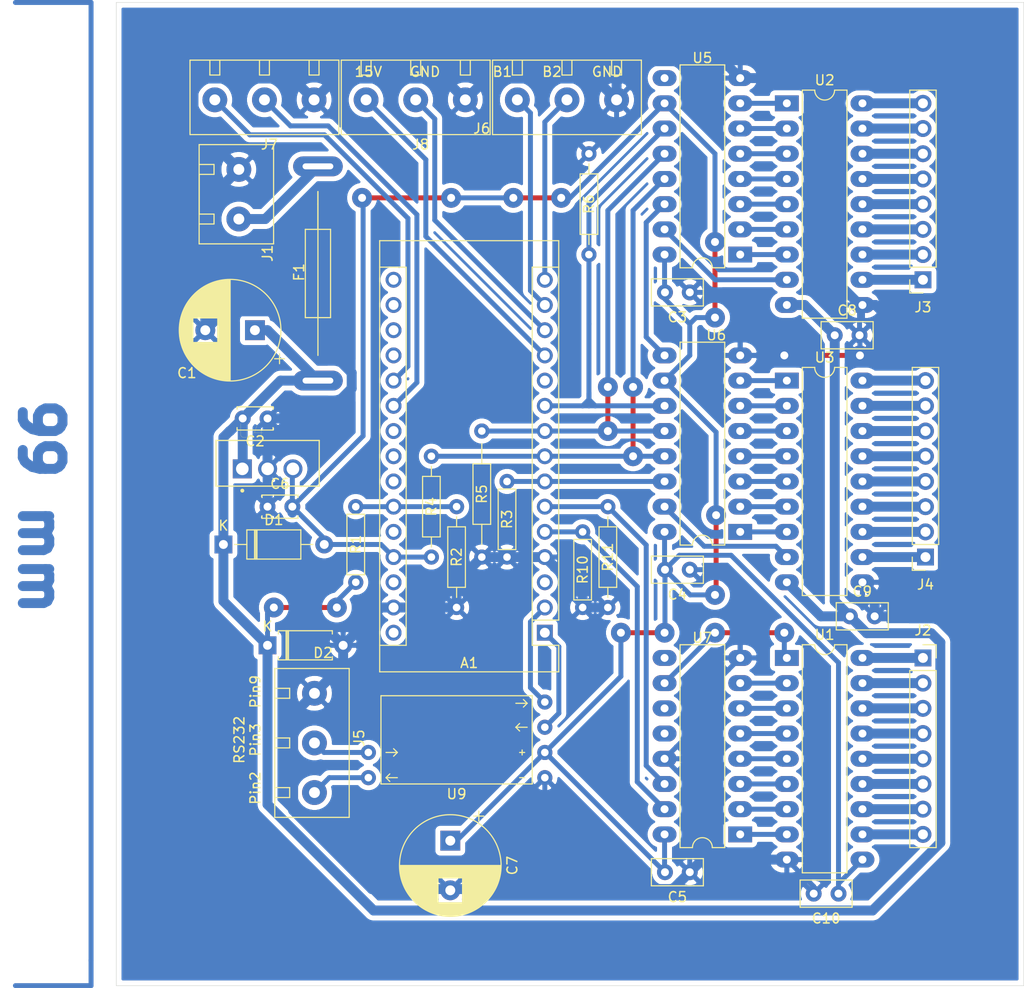
<source format=kicad_pcb>
(kicad_pcb (version 20171130) (host pcbnew 5.1.9-73d0e3b20d~88~ubuntu20.04.1)
  (layers (0 F.Cu signal) (31 B.Cu signal) (34 B.Paste user) (35 F.Paste user) (36 B.SilkS user) (37 F.SilkS user) (38 B.Mask user) (39 F.Mask user) (44 Edge.Cuts user))
  (net 0 "")
  (net 1 VinRef)
  (net 2 GND)
  (net 3 ArduinoD2)
  (net 4 ArduinoD3)
  (net 5 ArduinoD4)
  (net 6 ArduinoD5)
  (net 7 ArduinoD6)
  (net 8 +5V)
  (net 9 "Net-(J2-Pad1)")
  (net 10 "Net-(J2-Pad2)")
  (net 11 "Net-(J2-Pad3)")
  (net 12 "Net-(J2-Pad4)")
  (net 13 "Net-(J2-Pad5)")
  (net 14 "Net-(J2-Pad6)")
  (net 15 "Net-(J2-Pad7)")
  (net 16 "Net-(J2-Pad8)")
  (net 17 "Net-(J3-Pad1)")
  (net 18 "Net-(J3-Pad2)")
  (net 19 "Net-(J3-Pad3)")
  (net 20 "Net-(J3-Pad4)")
  (net 21 "Net-(J3-Pad5)")
  (net 22 "Net-(J3-Pad6)")
  (net 23 "Net-(J3-Pad7)")
  (net 24 "Net-(J3-Pad8)")
  (net 25 "Net-(J4-Pad8)")
  (net 26 "Net-(J4-Pad7)")
  (net 27 "Net-(J4-Pad6)")
  (net 28 "Net-(J4-Pad5)")
  (net 29 "Net-(J4-Pad4)")
  (net 30 "Net-(J4-Pad3)")
  (net 31 "Net-(J4-Pad2)")
  (net 32 "Net-(J4-Pad1)")
  (net 33 "Net-(J5-Pad1)")
  (net 34 "Net-(J5-Pad2)")
  (net 35 "Net-(U1-Pad1)")
  (net 36 "Net-(U1-Pad2)")
  (net 37 "Net-(U1-Pad3)")
  (net 38 "Net-(U1-Pad4)")
  (net 39 "Net-(U1-Pad5)")
  (net 40 "Net-(U1-Pad6)")
  (net 41 "Net-(U1-Pad7)")
  (net 42 "Net-(U1-Pad8)")
  (net 43 "Net-(U5-Pad14)")
  (net 44 "Net-(U2-Pad8)")
  (net 45 "Net-(U2-Pad7)")
  (net 46 "Net-(U2-Pad6)")
  (net 47 "Net-(U2-Pad5)")
  (net 48 "Net-(U2-Pad4)")
  (net 49 "Net-(U2-Pad3)")
  (net 50 "Net-(U2-Pad2)")
  (net 51 "Net-(U2-Pad1)")
  (net 52 "Net-(U3-Pad1)")
  (net 53 "Net-(U3-Pad2)")
  (net 54 "Net-(U3-Pad3)")
  (net 55 "Net-(U3-Pad4)")
  (net 56 "Net-(U3-Pad5)")
  (net 57 "Net-(U3-Pad6)")
  (net 58 "Net-(U3-Pad7)")
  (net 59 "Net-(U3-Pad8)")
  (net 60 ArduinoD7)
  (net 61 +15V)
  (net 62 "Net-(F1-Pad2)")
  (net 63 "Net-(A1-Pad15)")
  (net 64 "Net-(A1-Pad14)")
  (net 65 "Net-(A1-Pad13)")
  (net 66 "Net-(A1-Pad12)")
  (net 67 "Net-(A1-Pad21)")
  (net 68 "Net-(A1-Pad20)")
  (net 69 "Net-(A1-Pad2)")
  (net 70 "Net-(A1-Pad1)")
  (module Capacitor_THT:CP_Radial_D10.0mm_P5.00mm (layer F.Cu) (at 224.155 140.335 270)
    (fp_text reference C7 (at 2.5 -6.25 90) (layer F.SilkS))
    (fp_text value 1000uF)
    (pad 2 thru_hole circle (at 5 0 270) (size 2 2) (drill 1) (layers *.Cu *.Mask) (net 2 GND))
    (pad 1 thru_hole rect (at 0 0 270) (size 2 2) (drill 1) (layers *.Cu *.Mask) (net 8 +5V))
  )
  (module "myself:Connector 2xPin" (layer F.Cu) (at 196.85 76.2 90)
    (fp_text reference J1 (at -4.953 8.89 90) (layer F.SilkS))
    (fp_text value Conn_01x02)
    (pad 2 thru_hole circle (at 3.5 6 90) (size 2.5 2.5) (drill 1.1) (layers *.Cu *.Mask) (net 2 GND))
    (pad 1 thru_hole circle (at -1.5 6 90) (size 2.5 2.5) (drill 1.1) (layers *.Cu *.Mask) (net 62 "Net-(F1-Pad2)"))
  )
  (module "myself:Resistor, L6mm,5holes" (layer F.Cu) (at 238.125 76.2 270)
    (fp_text reference R6 (at 0 0 90) (layer F.SilkS))
    (fp_text value 10k)
    (pad 1 thru_hole circle (at -5.08 0 270) (size 1.524 1.524) (drill 0.762) (layers *.Cu *.Mask) (net 2 GND))
    (pad 2 thru_hole circle (at 5.08 0 270) (size 1.524 1.524) (drill 0.762) (layers *.Cu *.Mask) (net 60 ArduinoD7))
  )
  (module "myself:Resistor, L6mm,5holes" (layer F.Cu) (at 222.25 106.68 90)
    (fp_text reference R4 (at 0 0 90) (layer F.SilkS))
    (fp_text value 10k)
    (pad 1 thru_hole circle (at -5.08 0 90) (size 1.524 1.524) (drill 0.762) (layers *.Cu *.Mask) (net 8 +5V))
    (pad 2 thru_hole circle (at 5.08 0 90) (size 1.524 1.524) (drill 0.762) (layers *.Cu *.Mask) (net 6 ArduinoD5))
  )
  (module "myself:Resistor, L6mm,5holes" (layer F.Cu) (at 224.79 111.76 270)
    (fp_text reference R2 (at 0 0 90) (layer F.SilkS))
    (fp_text value 10k)
    (pad 1 thru_hole circle (at -5.08 0 270) (size 1.524 1.524) (drill 0.762) (layers *.Cu *.Mask) (net 1 VinRef))
    (pad 2 thru_hole circle (at 5.08 0 270) (size 1.524 1.524) (drill 0.762) (layers *.Cu *.Mask) (net 2 GND))
  )
  (module Module:Arduino_Nano (layer F.Cu) (at 233.68 119.38 180)
    (fp_text reference A1 (at 7.62 -3.048) (layer F.SilkS))
    (fp_text value Arduino_Nano_v2.x)
    (pad 16 thru_hole oval (at 15.24 35.56 180) (size 1.6 1.6) (drill 1) (layers *.Cu *.Mask))
    (pad 15 thru_hole oval (at 0 35.56 180) (size 1.6 1.6) (drill 1) (layers *.Cu *.Mask) (net 63 "Net-(A1-Pad15)"))
    (pad 30 thru_hole oval (at 15.24 0 180) (size 1.6 1.6) (drill 1) (layers *.Cu *.Mask))
    (pad 14 thru_hole oval (at 0 33.02 180) (size 1.6 1.6) (drill 1) (layers *.Cu *.Mask) (net 64 "Net-(A1-Pad14)"))
    (pad 29 thru_hole oval (at 15.24 2.54 180) (size 1.6 1.6) (drill 1) (layers *.Cu *.Mask) (net 2 GND))
    (pad 13 thru_hole oval (at 0 30.48 180) (size 1.6 1.6) (drill 1) (layers *.Cu *.Mask) (net 65 "Net-(A1-Pad13)"))
    (pad 28 thru_hole oval (at 15.24 5.08 180) (size 1.6 1.6) (drill 1) (layers *.Cu *.Mask))
    (pad 12 thru_hole oval (at 0 27.94 180) (size 1.6 1.6) (drill 1) (layers *.Cu *.Mask) (net 66 "Net-(A1-Pad12)"))
    (pad 27 thru_hole oval (at 15.24 7.62 180) (size 1.6 1.6) (drill 1) (layers *.Cu *.Mask) (net 8 +5V))
    (pad 11 thru_hole oval (at 0 25.4 180) (size 1.6 1.6) (drill 1) (layers *.Cu *.Mask))
    (pad 26 thru_hole oval (at 15.24 10.16 180) (size 1.6 1.6) (drill 1) (layers *.Cu *.Mask))
    (pad 10 thru_hole oval (at 0 22.86 180) (size 1.6 1.6) (drill 1) (layers *.Cu *.Mask) (net 60 ArduinoD7))
    (pad 25 thru_hole oval (at 15.24 12.7 180) (size 1.6 1.6) (drill 1) (layers *.Cu *.Mask) (net 1 VinRef))
    (pad 9 thru_hole oval (at 0 20.32 180) (size 1.6 1.6) (drill 1) (layers *.Cu *.Mask) (net 7 ArduinoD6))
    (pad 24 thru_hole oval (at 15.24 15.24 180) (size 1.6 1.6) (drill 1) (layers *.Cu *.Mask))
    (pad 8 thru_hole oval (at 0 17.78 180) (size 1.6 1.6) (drill 1) (layers *.Cu *.Mask) (net 6 ArduinoD5))
    (pad 23 thru_hole oval (at 15.24 17.78 180) (size 1.6 1.6) (drill 1) (layers *.Cu *.Mask))
    (pad 7 thru_hole oval (at 0 15.24 180) (size 1.6 1.6) (drill 1) (layers *.Cu *.Mask) (net 5 ArduinoD4))
    (pad 22 thru_hole oval (at 15.24 20.32 180) (size 1.6 1.6) (drill 1) (layers *.Cu *.Mask))
    (pad 6 thru_hole oval (at 0 12.7 180) (size 1.6 1.6) (drill 1) (layers *.Cu *.Mask) (net 4 ArduinoD3))
    (pad 21 thru_hole oval (at 15.24 22.86 180) (size 1.6 1.6) (drill 1) (layers *.Cu *.Mask) (net 67 "Net-(A1-Pad21)"))
    (pad 5 thru_hole oval (at 0 10.16 180) (size 1.6 1.6) (drill 1) (layers *.Cu *.Mask) (net 3 ArduinoD2))
    (pad 20 thru_hole oval (at 15.24 25.4 180) (size 1.6 1.6) (drill 1) (layers *.Cu *.Mask) (net 68 "Net-(A1-Pad20)"))
    (pad 4 thru_hole oval (at 0 7.62 180) (size 1.6 1.6) (drill 1) (layers *.Cu *.Mask) (net 2 GND))
    (pad 19 thru_hole oval (at 15.24 27.94 180) (size 1.6 1.6) (drill 1) (layers *.Cu *.Mask))
    (pad 3 thru_hole oval (at 0 5.08 180) (size 1.6 1.6) (drill 1) (layers *.Cu *.Mask))
    (pad 18 thru_hole oval (at 15.24 30.48 180) (size 1.6 1.6) (drill 1) (layers *.Cu *.Mask))
    (pad 2 thru_hole oval (at 0 2.54 180) (size 1.6 1.6) (drill 1) (layers *.Cu *.Mask) (net 69 "Net-(A1-Pad2)"))
    (pad 17 thru_hole oval (at 15.24 33.02 180) (size 1.6 1.6) (drill 1) (layers *.Cu *.Mask))
    (pad 1 thru_hole rect (at 0 0 180) (size 1.6 1.6) (drill 1) (layers *.Cu *.Mask) (net 70 "Net-(A1-Pad1)"))
  )
  (module Capacitor_THT:C_Disc_D5.0mm_W2.5mm_P2.50mm (layer F.Cu) (at 263.271 145.669 180)
    (fp_text reference C10 (at 1.25 -2.5) (layer F.SilkS))
    (fp_text value 100nF)
    (pad 2 thru_hole circle (at 2.5 0 180) (size 1.6 1.6) (drill 0.8) (layers *.Cu *.Mask) (net 2 GND))
    (pad 1 thru_hole circle (at 0 0 180) (size 1.6 1.6) (drill 0.8) (layers *.Cu *.Mask) (net 8 +5V))
  )
  (module "myself:Connector 3xPin" (layer F.Cu) (at 217.17 59.69)
    (fp_text reference J8 (at 4 10.5) (layer F.SilkS))
    (fp_text value Conn_01x03)
    (pad 3 thru_hole circle (at 8.5 6) (size 2.5 2.5) (drill 1.1) (layers *.Cu *.Mask) (net 2 GND))
    (pad 2 thru_hole circle (at 3.5 6) (size 2.5 2.5) (drill 1.1) (layers *.Cu *.Mask) (net 65 "Net-(A1-Pad13)"))
    (pad 1 thru_hole circle (at -1.5 6) (size 2.5 2.5) (drill 1.1) (layers *.Cu *.Mask) (net 66 "Net-(A1-Pad12)"))
  )
  (module "myself:Connector 3xPin" (layer F.Cu) (at 201.93 59.69)
    (fp_text reference J7 (at 4 10.5) (layer F.SilkS))
    (fp_text value Conn_01x03)
    (pad 1 thru_hole circle (at -1.5 6) (size 2.5 2.5) (drill 1.1) (layers *.Cu *.Mask) (net 68 "Net-(A1-Pad20)"))
    (pad 2 thru_hole circle (at 3.5 6) (size 2.5 2.5) (drill 1.1) (layers *.Cu *.Mask) (net 67 "Net-(A1-Pad21)"))
    (pad 3 thru_hole circle (at 8.5 6) (size 2.5 2.5) (drill 1.1) (layers *.Cu *.Mask) (net 2 GND))
  )
  (module Capacitor_THT:C_Disc_D5.0mm_W2.5mm_P2.50mm (layer F.Cu) (at 264.414 117.729)
    (fp_text reference C9 (at 1.25 -2.5) (layer F.SilkS))
    (fp_text value 100nF)
    (pad 2 thru_hole circle (at 2.5 0) (size 1.6 1.6) (drill 0.8) (layers *.Cu *.Mask) (net 2 GND))
    (pad 1 thru_hole circle (at 0 0) (size 1.6 1.6) (drill 0.8) (layers *.Cu *.Mask) (net 61 +15V))
  )
  (module Capacitor_THT:C_Disc_D5.0mm_W2.5mm_P2.50mm (layer F.Cu) (at 262.89 89.408)
    (fp_text reference C8 (at 1.25 -2.5) (layer F.SilkS))
    (fp_text value 100nF)
    (pad 2 thru_hole circle (at 2.5 0) (size 1.6 1.6) (drill 0.8) (layers *.Cu *.Mask) (net 2 GND))
    (pad 1 thru_hole circle (at 0 0) (size 1.6 1.6) (drill 0.8) (layers *.Cu *.Mask) (net 61 +15V))
  )
  (module Capacitor_THT:C_Disc_D3.4mm_W2.1mm_P2.50mm (layer F.Cu) (at 205.74 97.79 180)
    (fp_text reference C2 (at 1.25 -2.3) (layer F.SilkS))
    (fp_text value 0,1uF)
    (pad 2 thru_hole circle (at 2.5 0 180) (size 1.6 1.6) (drill 0.8) (layers *.Cu *.Mask) (net 61 +15V))
    (pad 1 thru_hole circle (at 0 0 180) (size 1.6 1.6) (drill 0.8) (layers *.Cu *.Mask) (net 2 GND))
  )
  (module myself:Fuse (layer F.Cu) (at 210.82 90.17 90)
    (fp_text reference F1 (at 7.112 -1.905 90) (layer F.SilkS))
    (fp_text value Fuse)
    (pad 2 thru_hole oval (at 17.78 0 90) (size 2 5) (drill oval 0.6 3.1) (layers *.Cu *.Mask) (net 62 "Net-(F1-Pad2)"))
    (pad 1 thru_hole oval (at -3.81 0 90) (size 2 5) (drill oval 0.6 3.1) (layers *.Cu *.Mask) (net 61 +15V))
  )
  (module Diode_THT:D_A-405_P7.62mm_Horizontal (layer F.Cu) (at 205.74 120.65)
    (fp_text reference D2 (at 5.588 0.762) (layer F.SilkS))
    (fp_text value D)
    (fp_text user K (at 0 -1.9) (layer F.SilkS))
    (pad 2 thru_hole oval (at 7.62 0) (size 1.8 1.8) (drill 0.9) (layers *.Cu *.Mask) (net 2 GND))
    (pad 1 thru_hole rect (at 0 0) (size 1.8 1.8) (drill 0.9) (layers *.Cu *.Mask) (net 61 +15V))
  )
  (module Capacitor_THT:C_Disc_D3.4mm_W2.1mm_P2.50mm (layer F.Cu) (at 205.74 106.68)
    (fp_text reference C6 (at 1.25 -2.3) (layer F.SilkS))
    (fp_text value 0,1uF)
    (pad 2 thru_hole circle (at 2.5 0) (size 1.6 1.6) (drill 0.8) (layers *.Cu *.Mask) (net 8 +5V))
    (pad 1 thru_hole circle (at 0 0) (size 1.6 1.6) (drill 0.8) (layers *.Cu *.Mask) (net 2 GND))
  )
  (module "myself:Connector 3xPin" (layer F.Cu) (at 204.47 133.985 90)
    (fp_text reference J5 (at 4 10.5 90) (layer F.SilkS))
    (fp_text value Conn_01x03)
    (pad 3 thru_hole circle (at 8.5 6 90) (size 2.5 2.5) (drill 1.1) (layers *.Cu *.Mask) (net 2 GND))
    (pad 2 thru_hole circle (at 3.5 6 90) (size 2.5 2.5) (drill 1.1) (layers *.Cu *.Mask) (net 34 "Net-(J5-Pad2)"))
    (pad 1 thru_hole circle (at -1.5 6 90) (size 2.5 2.5) (drill 1.1) (layers *.Cu *.Mask) (net 33 "Net-(J5-Pad1)"))
  )
  (module L7805CV:TO255P1040X460X1968-3 (layer F.Cu) (at 203.2 102.87)
    (fp_text reference U4 (at 0.889 -3.81) (layer F.SilkS) (effects (font (size 1.4 1.4) (thickness 0.015))))
    (fp_text value L7805)
    (pad 3 thru_hole circle (at 5.1 0) (size 1.91 1.91) (drill 1.27) (layers *.Cu *.Mask) (net 8 +5V))
    (pad 2 thru_hole circle (at 2.55 0) (size 1.91 1.91) (drill 1.27) (layers *.Cu *.Mask) (net 2 GND))
    (pad 1 thru_hole rect (at 0 0) (size 1.91 1.91) (drill 1.27) (layers *.Cu *.Mask) (net 61 +15V))
  )
  (module Capacitor_THT:CP_Radial_D10.0mm_P5.00mm (layer F.Cu) (at 204.47 88.9 180)
    (fp_text reference C1 (at 6.858 -4.318) (layer F.SilkS))
    (fp_text value 330uF)
    (pad 2 thru_hole circle (at 5 0 180) (size 2 2) (drill 1) (layers *.Cu *.Mask) (net 2 GND))
    (pad 1 thru_hole rect (at 0 0 180) (size 2 2) (drill 1) (layers *.Cu *.Mask) (net 61 +15V))
  )
  (module myself:MAX232 (layer F.Cu) (at 224.79 129.54 180)
    (fp_text reference U9 (at 0 -6.096 180) (layer F.SilkS))
    (fp_text value Max3232Board)
    (pad 1 thru_hole circle (at 8.89 -4.445 180) (size 1.524 1.524) (drill 0.762) (layers *.Cu *.Mask) (net 33 "Net-(J5-Pad1)"))
    (pad 2 thru_hole circle (at -8.89 3.175 180) (size 1.524 1.524) (drill 0.762) (layers *.Cu *.Mask) (net 69 "Net-(A1-Pad2)"))
    (pad 3 thru_hole circle (at -8.89 0.635 180) (size 1.524 1.524) (drill 0.762) (layers *.Cu *.Mask) (net 70 "Net-(A1-Pad1)"))
    (pad 4 thru_hole circle (at -8.89 -1.905 180) (size 1.524 1.524) (drill 0.762) (layers *.Cu *.Mask) (net 8 +5V))
    (pad 5 thru_hole circle (at -8.89 -4.445 180) (size 1.524 1.524) (drill 0.762) (layers *.Cu *.Mask) (net 2 GND))
    (pad 0 thru_hole circle (at 8.89 -1.905 180) (size 1.524 1.524) (drill 0.762) (layers *.Cu *.Mask) (net 34 "Net-(J5-Pad2)"))
  )
  (module "myself:Resistor, L6mm,6holes" (layer F.Cu) (at 227.33 106.68 90)
    (fp_text reference R5 (at 1.27 0 90) (layer F.SilkS))
    (fp_text value 10k)
    (pad 2 thru_hole circle (at 7.62 0 90) (size 1.524 1.524) (drill 0.762) (layers *.Cu *.Mask) (net 7 ArduinoD6))
    (pad 1 thru_hole circle (at -5.08 0 90) (size 1.524 1.524) (drill 0.762) (layers *.Cu *.Mask) (net 2 GND))
  )
  (module Diode_THT:D_A-405_P10.16mm_Horizontal (layer F.Cu) (at 201.295 110.49)
    (fp_text reference D1 (at 5.08 -2.47) (layer F.SilkS))
    (fp_text value D)
    (fp_text user K (at 0 -1.9) (layer F.SilkS))
    (pad 2 thru_hole oval (at 10.16 0) (size 1.8 1.8) (drill 0.9) (layers *.Cu *.Mask) (net 8 +5V))
    (pad 1 thru_hole rect (at 0 0) (size 1.8 1.8) (drill 0.9) (layers *.Cu *.Mask) (net 61 +15V))
  )
  (module "myself:Resistor, L6mm,4holes" (layer F.Cu) (at 214.63 109.22 90)
    (fp_text reference R1 (at -1.27 0 90) (layer F.SilkS))
    (fp_text value 100k)
    (pad 2 thru_hole circle (at 2.54 0 90) (size 1.524 1.524) (drill 0.762) (layers *.Cu *.Mask) (net 1 VinRef))
    (pad 1 thru_hole circle (at -5.08 0 90) (size 1.524 1.524) (drill 0.762) (layers *.Cu *.Mask) (net 61 +15V))
  )
  (module "myself:Resistor, L6mm,4holes" (layer F.Cu) (at 237.49 111.76 90)
    (fp_text reference R10 (at -1.27 0 90) (layer F.SilkS))
    (fp_text value 10k)
    (pad 2 thru_hole circle (at 2.54 0 90) (size 1.524 1.524) (drill 0.762) (layers *.Cu *.Mask) (net 3 ArduinoD2))
    (pad 1 thru_hole circle (at -5.08 0 90) (size 1.524 1.524) (drill 0.762) (layers *.Cu *.Mask) (net 2 GND))
  )
  (module "myself:Resistor, L6mm,4holes" (layer F.Cu) (at 229.87 106.68 90)
    (fp_text reference R3 (at -1.27 0 90) (layer F.SilkS))
    (fp_text value 10k)
    (pad 2 thru_hole circle (at 2.54 0 90) (size 1.524 1.524) (drill 0.762) (layers *.Cu *.Mask) (net 5 ArduinoD4))
    (pad 1 thru_hole circle (at -5.08 0 90) (size 1.524 1.524) (drill 0.762) (layers *.Cu *.Mask) (net 2 GND))
  )
  (module "myself:Resistor, L6mm,5holes" (layer F.Cu) (at 240.03 111.76 90)
    (fp_text reference R11 (at 0 0 90) (layer F.SilkS))
    (fp_text value 10k)
    (pad 1 thru_hole circle (at -5.08 0 90) (size 1.524 1.524) (drill 0.762) (layers *.Cu *.Mask) (net 2 GND))
    (pad 2 thru_hole circle (at 5.08 0 90) (size 1.524 1.524) (drill 0.762) (layers *.Cu *.Mask) (net 4 ArduinoD3))
  )
  (module "myself:Connector 3xPin" (layer F.Cu) (at 232.41 59.69)
    (fp_text reference J6 (at -5.08 8.89) (layer F.SilkS))
    (fp_text value Conn_01x03)
    (pad 3 thru_hole circle (at 8.5 6) (size 2.5 2.5) (drill 1.1) (layers *.Cu *.Mask) (net 2 GND))
    (pad 2 thru_hole circle (at 3.5 6) (size 2.5 2.5) (drill 1.1) (layers *.Cu *.Mask) (net 63 "Net-(A1-Pad15)"))
    (pad 1 thru_hole circle (at -1.5 6) (size 2.5 2.5) (drill 1.1) (layers *.Cu *.Mask) (net 64 "Net-(A1-Pad14)"))
  )
  (module Package_DIP:DIP-16_W7.62mm_LongPads (layer F.Cu) (at 253.365 81.28 180)
    (fp_text reference U5 (at 3.81 19.812) (layer F.SilkS))
    (fp_text value 74HC595)
    (pad 16 thru_hole oval (at 7.62 0 180) (size 2.4 1.6) (drill 0.8) (layers *.Cu *.Mask) (net 8 +5V))
    (pad 8 thru_hole oval (at 0 17.78 180) (size 2.4 1.6) (drill 0.8) (layers *.Cu *.Mask) (net 2 GND))
    (pad 15 thru_hole oval (at 7.62 2.54 180) (size 2.4 1.6) (drill 0.8) (layers *.Cu *.Mask) (net 44 "Net-(U2-Pad8)"))
    (pad 7 thru_hole oval (at 0 15.24 180) (size 2.4 1.6) (drill 0.8) (layers *.Cu *.Mask) (net 51 "Net-(U2-Pad1)"))
    (pad 14 thru_hole oval (at 7.62 5.08 180) (size 2.4 1.6) (drill 0.8) (layers *.Cu *.Mask) (net 43 "Net-(U5-Pad14)"))
    (pad 6 thru_hole oval (at 0 12.7 180) (size 2.4 1.6) (drill 0.8) (layers *.Cu *.Mask) (net 50 "Net-(U2-Pad2)"))
    (pad 13 thru_hole oval (at 7.62 7.62 180) (size 2.4 1.6) (drill 0.8) (layers *.Cu *.Mask) (net 6 ArduinoD5))
    (pad 5 thru_hole oval (at 0 10.16 180) (size 2.4 1.6) (drill 0.8) (layers *.Cu *.Mask) (net 49 "Net-(U2-Pad3)"))
    (pad 12 thru_hole oval (at 7.62 10.16 180) (size 2.4 1.6) (drill 0.8) (layers *.Cu *.Mask) (net 7 ArduinoD6))
    (pad 4 thru_hole oval (at 0 7.62 180) (size 2.4 1.6) (drill 0.8) (layers *.Cu *.Mask) (net 48 "Net-(U2-Pad4)"))
    (pad 11 thru_hole oval (at 7.62 12.7 180) (size 2.4 1.6) (drill 0.8) (layers *.Cu *.Mask) (net 60 ArduinoD7))
    (pad 3 thru_hole oval (at 0 5.08 180) (size 2.4 1.6) (drill 0.8) (layers *.Cu *.Mask) (net 47 "Net-(U2-Pad5)"))
    (pad 10 thru_hole oval (at 7.62 15.24 180) (size 2.4 1.6) (drill 0.8) (layers *.Cu *.Mask) (net 8 +5V))
    (pad 2 thru_hole oval (at 0 2.54 180) (size 2.4 1.6) (drill 0.8) (layers *.Cu *.Mask) (net 46 "Net-(U2-Pad6)"))
    (pad 9 thru_hole oval (at 7.62 17.78 180) (size 2.4 1.6) (drill 0.8) (layers *.Cu *.Mask))
    (pad 1 thru_hole rect (at 0 0 180) (size 2.4 1.6) (drill 0.8) (layers *.Cu *.Mask) (net 45 "Net-(U2-Pad7)"))
  )
  (module Package_DIP:DIP-16_W7.62mm_LongPads (layer F.Cu) (at 253.365 139.7 180)
    (fp_text reference U7 (at 3.81 19.812) (layer F.SilkS))
    (fp_text value 4017)
    (pad 16 thru_hole oval (at 7.62 0 180) (size 2.4 1.6) (drill 0.8) (layers *.Cu *.Mask) (net 8 +5V))
    (pad 8 thru_hole oval (at 0 17.78 180) (size 2.4 1.6) (drill 0.8) (layers *.Cu *.Mask) (net 2 GND))
    (pad 15 thru_hole oval (at 7.62 2.54 180) (size 2.4 1.6) (drill 0.8) (layers *.Cu *.Mask) (net 3 ArduinoD2))
    (pad 7 thru_hole oval (at 0 15.24 180) (size 2.4 1.6) (drill 0.8) (layers *.Cu *.Mask) (net 36 "Net-(U1-Pad2)"))
    (pad 14 thru_hole oval (at 7.62 5.08 180) (size 2.4 1.6) (drill 0.8) (layers *.Cu *.Mask) (net 4 ArduinoD3))
    (pad 6 thru_hole oval (at 0 12.7 180) (size 2.4 1.6) (drill 0.8) (layers *.Cu *.Mask) (net 37 "Net-(U1-Pad3)"))
    (pad 13 thru_hole oval (at 7.62 7.62 180) (size 2.4 1.6) (drill 0.8) (layers *.Cu *.Mask) (net 2 GND))
    (pad 5 thru_hole oval (at 0 10.16 180) (size 2.4 1.6) (drill 0.8) (layers *.Cu *.Mask) (net 38 "Net-(U1-Pad4)"))
    (pad 12 thru_hole oval (at 7.62 10.16 180) (size 2.4 1.6) (drill 0.8) (layers *.Cu *.Mask))
    (pad 4 thru_hole oval (at 0 7.62 180) (size 2.4 1.6) (drill 0.8) (layers *.Cu *.Mask) (net 39 "Net-(U1-Pad5)"))
    (pad 11 thru_hole oval (at 7.62 12.7 180) (size 2.4 1.6) (drill 0.8) (layers *.Cu *.Mask))
    (pad 3 thru_hole oval (at 0 5.08 180) (size 2.4 1.6) (drill 0.8) (layers *.Cu *.Mask) (net 40 "Net-(U1-Pad6)"))
    (pad 10 thru_hole oval (at 7.62 15.24 180) (size 2.4 1.6) (drill 0.8) (layers *.Cu *.Mask) (net 35 "Net-(U1-Pad1)"))
    (pad 2 thru_hole oval (at 0 2.54 180) (size 2.4 1.6) (drill 0.8) (layers *.Cu *.Mask) (net 41 "Net-(U1-Pad7)"))
    (pad 9 thru_hole oval (at 7.62 17.78 180) (size 2.4 1.6) (drill 0.8) (layers *.Cu *.Mask))
    (pad 1 thru_hole rect (at 0 0 180) (size 2.4 1.6) (drill 0.8) (layers *.Cu *.Mask) (net 42 "Net-(U1-Pad8)"))
  )
  (module Package_DIP:DIP-16_W7.62mm_LongPads (layer F.Cu) (at 253.365 109.22 180)
    (fp_text reference U6 (at 2.413 19.812) (layer F.SilkS))
    (fp_text value 74HC595)
    (pad 16 thru_hole oval (at 7.62 0 180) (size 2.4 1.6) (drill 0.8) (layers *.Cu *.Mask) (net 8 +5V))
    (pad 8 thru_hole oval (at 0 17.78 180) (size 2.4 1.6) (drill 0.8) (layers *.Cu *.Mask) (net 2 GND))
    (pad 15 thru_hole oval (at 7.62 2.54 180) (size 2.4 1.6) (drill 0.8) (layers *.Cu *.Mask) (net 59 "Net-(U3-Pad8)"))
    (pad 7 thru_hole oval (at 0 15.24 180) (size 2.4 1.6) (drill 0.8) (layers *.Cu *.Mask) (net 52 "Net-(U3-Pad1)"))
    (pad 14 thru_hole oval (at 7.62 5.08 180) (size 2.4 1.6) (drill 0.8) (layers *.Cu *.Mask) (net 5 ArduinoD4))
    (pad 6 thru_hole oval (at 0 12.7 180) (size 2.4 1.6) (drill 0.8) (layers *.Cu *.Mask) (net 53 "Net-(U3-Pad2)"))
    (pad 13 thru_hole oval (at 7.62 7.62 180) (size 2.4 1.6) (drill 0.8) (layers *.Cu *.Mask) (net 6 ArduinoD5))
    (pad 5 thru_hole oval (at 0 10.16 180) (size 2.4 1.6) (drill 0.8) (layers *.Cu *.Mask) (net 54 "Net-(U3-Pad3)"))
    (pad 12 thru_hole oval (at 7.62 10.16 180) (size 2.4 1.6) (drill 0.8) (layers *.Cu *.Mask) (net 7 ArduinoD6))
    (pad 4 thru_hole oval (at 0 7.62 180) (size 2.4 1.6) (drill 0.8) (layers *.Cu *.Mask) (net 55 "Net-(U3-Pad4)"))
    (pad 11 thru_hole oval (at 7.62 12.7 180) (size 2.4 1.6) (drill 0.8) (layers *.Cu *.Mask) (net 60 ArduinoD7))
    (pad 3 thru_hole oval (at 0 5.08 180) (size 2.4 1.6) (drill 0.8) (layers *.Cu *.Mask) (net 56 "Net-(U3-Pad5)"))
    (pad 10 thru_hole oval (at 7.62 15.24 180) (size 2.4 1.6) (drill 0.8) (layers *.Cu *.Mask) (net 8 +5V))
    (pad 2 thru_hole oval (at 0 2.54 180) (size 2.4 1.6) (drill 0.8) (layers *.Cu *.Mask) (net 57 "Net-(U3-Pad6)"))
    (pad 9 thru_hole oval (at 7.62 17.78 180) (size 2.4 1.6) (drill 0.8) (layers *.Cu *.Mask) (net 43 "Net-(U5-Pad14)"))
    (pad 1 thru_hole rect (at 0 0 180) (size 2.4 1.6) (drill 0.8) (layers *.Cu *.Mask) (net 58 "Net-(U3-Pad7)"))
  )
  (module Package_DIP:DIP-18_W7.62mm_LongPads (layer F.Cu) (at 258.064 121.92)
    (fp_text reference U1 (at 3.81 -2.33) (layer F.SilkS))
    (fp_text value ULN2803A)
    (pad 18 thru_hole oval (at 7.62 0) (size 2.4 1.6) (drill 0.8) (layers *.Cu *.Mask) (net 9 "Net-(J2-Pad1)"))
    (pad 9 thru_hole oval (at 0 20.32) (size 2.4 1.6) (drill 0.8) (layers *.Cu *.Mask) (net 2 GND))
    (pad 17 thru_hole oval (at 7.62 2.54) (size 2.4 1.6) (drill 0.8) (layers *.Cu *.Mask) (net 10 "Net-(J2-Pad2)"))
    (pad 8 thru_hole oval (at 0 17.78) (size 2.4 1.6) (drill 0.8) (layers *.Cu *.Mask) (net 42 "Net-(U1-Pad8)"))
    (pad 16 thru_hole oval (at 7.62 5.08) (size 2.4 1.6) (drill 0.8) (layers *.Cu *.Mask) (net 11 "Net-(J2-Pad3)"))
    (pad 7 thru_hole oval (at 0 15.24) (size 2.4 1.6) (drill 0.8) (layers *.Cu *.Mask) (net 41 "Net-(U1-Pad7)"))
    (pad 15 thru_hole oval (at 7.62 7.62) (size 2.4 1.6) (drill 0.8) (layers *.Cu *.Mask) (net 12 "Net-(J2-Pad4)"))
    (pad 6 thru_hole oval (at 0 12.7) (size 2.4 1.6) (drill 0.8) (layers *.Cu *.Mask) (net 40 "Net-(U1-Pad6)"))
    (pad 14 thru_hole oval (at 7.62 10.16) (size 2.4 1.6) (drill 0.8) (layers *.Cu *.Mask) (net 13 "Net-(J2-Pad5)"))
    (pad 5 thru_hole oval (at 0 10.16) (size 2.4 1.6) (drill 0.8) (layers *.Cu *.Mask) (net 39 "Net-(U1-Pad5)"))
    (pad 13 thru_hole oval (at 7.62 12.7) (size 2.4 1.6) (drill 0.8) (layers *.Cu *.Mask) (net 14 "Net-(J2-Pad6)"))
    (pad 4 thru_hole oval (at 0 7.62) (size 2.4 1.6) (drill 0.8) (layers *.Cu *.Mask) (net 38 "Net-(U1-Pad4)"))
    (pad 12 thru_hole oval (at 7.62 15.24) (size 2.4 1.6) (drill 0.8) (layers *.Cu *.Mask) (net 15 "Net-(J2-Pad7)"))
    (pad 3 thru_hole oval (at 0 5.08) (size 2.4 1.6) (drill 0.8) (layers *.Cu *.Mask) (net 37 "Net-(U1-Pad3)"))
    (pad 11 thru_hole oval (at 7.62 17.78) (size 2.4 1.6) (drill 0.8) (layers *.Cu *.Mask) (net 16 "Net-(J2-Pad8)"))
    (pad 2 thru_hole oval (at 0 2.54) (size 2.4 1.6) (drill 0.8) (layers *.Cu *.Mask) (net 36 "Net-(U1-Pad2)"))
    (pad 10 thru_hole oval (at 7.62 20.32) (size 2.4 1.6) (drill 0.8) (layers *.Cu *.Mask) (net 8 +5V))
    (pad 1 thru_hole rect (at 0 0) (size 2.4 1.6) (drill 0.8) (layers *.Cu *.Mask) (net 35 "Net-(U1-Pad1)"))
  )
  (module Connector_PinSocket_2.54mm:PinSocket_1x08_P2.54mm_Vertical (layer F.Cu) (at 271.78 121.92)
    (fp_text reference J2 (at 0 -2.77) (layer F.SilkS))
    (fp_text value Conn_Segments)
    (pad 8 thru_hole oval (at 0 17.78) (size 1.7 1.7) (drill 1) (layers *.Cu *.Mask) (net 16 "Net-(J2-Pad8)"))
    (pad 7 thru_hole oval (at 0 15.24) (size 1.7 1.7) (drill 1) (layers *.Cu *.Mask) (net 15 "Net-(J2-Pad7)"))
    (pad 6 thru_hole oval (at 0 12.7) (size 1.7 1.7) (drill 1) (layers *.Cu *.Mask) (net 14 "Net-(J2-Pad6)"))
    (pad 5 thru_hole oval (at 0 10.16) (size 1.7 1.7) (drill 1) (layers *.Cu *.Mask) (net 13 "Net-(J2-Pad5)"))
    (pad 4 thru_hole oval (at 0 7.62) (size 1.7 1.7) (drill 1) (layers *.Cu *.Mask) (net 12 "Net-(J2-Pad4)"))
    (pad 3 thru_hole oval (at 0 5.08) (size 1.7 1.7) (drill 1) (layers *.Cu *.Mask) (net 11 "Net-(J2-Pad3)"))
    (pad 2 thru_hole oval (at 0 2.54) (size 1.7 1.7) (drill 1) (layers *.Cu *.Mask) (net 10 "Net-(J2-Pad2)"))
    (pad 1 thru_hole rect (at 0 0) (size 1.7 1.7) (drill 1) (layers *.Cu *.Mask) (net 9 "Net-(J2-Pad1)"))
  )
  (module Connector_PinSocket_2.54mm:PinSocket_1x08_P2.54mm_Vertical (layer F.Cu) (at 271.78 83.82 180)
    (fp_text reference J3 (at 0 -2.77) (layer F.SilkS))
    (fp_text value Conn_Segments)
    (pad 8 thru_hole oval (at 0 17.78 180) (size 1.7 1.7) (drill 1) (layers *.Cu *.Mask) (net 24 "Net-(J3-Pad8)"))
    (pad 7 thru_hole oval (at 0 15.24 180) (size 1.7 1.7) (drill 1) (layers *.Cu *.Mask) (net 23 "Net-(J3-Pad7)"))
    (pad 6 thru_hole oval (at 0 12.7 180) (size 1.7 1.7) (drill 1) (layers *.Cu *.Mask) (net 22 "Net-(J3-Pad6)"))
    (pad 5 thru_hole oval (at 0 10.16 180) (size 1.7 1.7) (drill 1) (layers *.Cu *.Mask) (net 21 "Net-(J3-Pad5)"))
    (pad 4 thru_hole oval (at 0 7.62 180) (size 1.7 1.7) (drill 1) (layers *.Cu *.Mask) (net 20 "Net-(J3-Pad4)"))
    (pad 3 thru_hole oval (at 0 5.08 180) (size 1.7 1.7) (drill 1) (layers *.Cu *.Mask) (net 19 "Net-(J3-Pad3)"))
    (pad 2 thru_hole oval (at 0 2.54 180) (size 1.7 1.7) (drill 1) (layers *.Cu *.Mask) (net 18 "Net-(J3-Pad2)"))
    (pad 1 thru_hole rect (at 0 0 180) (size 1.7 1.7) (drill 1) (layers *.Cu *.Mask) (net 17 "Net-(J3-Pad1)"))
  )
  (module Connector_PinSocket_2.54mm:PinSocket_1x08_P2.54mm_Vertical (layer F.Cu) (at 272.034 111.76 180)
    (fp_text reference J4 (at 0 -2.77) (layer F.SilkS))
    (fp_text value Conn_Segments)
    (pad 8 thru_hole oval (at 0 17.78 180) (size 1.7 1.7) (drill 1) (layers *.Cu *.Mask) (net 25 "Net-(J4-Pad8)"))
    (pad 7 thru_hole oval (at 0 15.24 180) (size 1.7 1.7) (drill 1) (layers *.Cu *.Mask) (net 26 "Net-(J4-Pad7)"))
    (pad 6 thru_hole oval (at 0 12.7 180) (size 1.7 1.7) (drill 1) (layers *.Cu *.Mask) (net 27 "Net-(J4-Pad6)"))
    (pad 5 thru_hole oval (at 0 10.16 180) (size 1.7 1.7) (drill 1) (layers *.Cu *.Mask) (net 28 "Net-(J4-Pad5)"))
    (pad 4 thru_hole oval (at 0 7.62 180) (size 1.7 1.7) (drill 1) (layers *.Cu *.Mask) (net 29 "Net-(J4-Pad4)"))
    (pad 3 thru_hole oval (at 0 5.08 180) (size 1.7 1.7) (drill 1) (layers *.Cu *.Mask) (net 30 "Net-(J4-Pad3)"))
    (pad 2 thru_hole oval (at 0 2.54 180) (size 1.7 1.7) (drill 1) (layers *.Cu *.Mask) (net 31 "Net-(J4-Pad2)"))
    (pad 1 thru_hole rect (at 0 0 180) (size 1.7 1.7) (drill 1) (layers *.Cu *.Mask) (net 32 "Net-(J4-Pad1)"))
  )
  (module Package_DIP:DIP-18_W7.62mm_LongPads (layer F.Cu) (at 258.064 66.04)
    (fp_text reference U2 (at 3.81 -2.33) (layer F.SilkS))
    (fp_text value 2981)
    (pad 18 thru_hole oval (at 7.62 0) (size 2.4 1.6) (drill 0.8) (layers *.Cu *.Mask) (net 24 "Net-(J3-Pad8)"))
    (pad 9 thru_hole oval (at 0 20.32) (size 2.4 1.6) (drill 0.8) (layers *.Cu *.Mask) (net 61 +15V))
    (pad 17 thru_hole oval (at 7.62 2.54) (size 2.4 1.6) (drill 0.8) (layers *.Cu *.Mask) (net 23 "Net-(J3-Pad7)"))
    (pad 8 thru_hole oval (at 0 17.78) (size 2.4 1.6) (drill 0.8) (layers *.Cu *.Mask) (net 44 "Net-(U2-Pad8)"))
    (pad 16 thru_hole oval (at 7.62 5.08) (size 2.4 1.6) (drill 0.8) (layers *.Cu *.Mask) (net 22 "Net-(J3-Pad6)"))
    (pad 7 thru_hole oval (at 0 15.24) (size 2.4 1.6) (drill 0.8) (layers *.Cu *.Mask) (net 45 "Net-(U2-Pad7)"))
    (pad 15 thru_hole oval (at 7.62 7.62) (size 2.4 1.6) (drill 0.8) (layers *.Cu *.Mask) (net 21 "Net-(J3-Pad5)"))
    (pad 6 thru_hole oval (at 0 12.7) (size 2.4 1.6) (drill 0.8) (layers *.Cu *.Mask) (net 46 "Net-(U2-Pad6)"))
    (pad 14 thru_hole oval (at 7.62 10.16) (size 2.4 1.6) (drill 0.8) (layers *.Cu *.Mask) (net 20 "Net-(J3-Pad4)"))
    (pad 5 thru_hole oval (at 0 10.16) (size 2.4 1.6) (drill 0.8) (layers *.Cu *.Mask) (net 47 "Net-(U2-Pad5)"))
    (pad 13 thru_hole oval (at 7.62 12.7) (size 2.4 1.6) (drill 0.8) (layers *.Cu *.Mask) (net 19 "Net-(J3-Pad3)"))
    (pad 4 thru_hole oval (at 0 7.62) (size 2.4 1.6) (drill 0.8) (layers *.Cu *.Mask) (net 48 "Net-(U2-Pad4)"))
    (pad 12 thru_hole oval (at 7.62 15.24) (size 2.4 1.6) (drill 0.8) (layers *.Cu *.Mask) (net 18 "Net-(J3-Pad2)"))
    (pad 3 thru_hole oval (at 0 5.08) (size 2.4 1.6) (drill 0.8) (layers *.Cu *.Mask) (net 49 "Net-(U2-Pad3)"))
    (pad 11 thru_hole oval (at 7.62 17.78) (size 2.4 1.6) (drill 0.8) (layers *.Cu *.Mask) (net 17 "Net-(J3-Pad1)"))
    (pad 2 thru_hole oval (at 0 2.54) (size 2.4 1.6) (drill 0.8) (layers *.Cu *.Mask) (net 50 "Net-(U2-Pad2)"))
    (pad 10 thru_hole oval (at 7.62 20.32) (size 2.4 1.6) (drill 0.8) (layers *.Cu *.Mask) (net 2 GND))
    (pad 1 thru_hole rect (at 0 0) (size 2.4 1.6) (drill 0.8) (layers *.Cu *.Mask) (net 51 "Net-(U2-Pad1)"))
  )
  (module Package_DIP:DIP-18_W7.62mm_LongPads (layer F.Cu) (at 258.064 93.98)
    (fp_text reference U3 (at 3.81 -2.33) (layer F.SilkS))
    (fp_text value 2981)
    (pad 18 thru_hole oval (at 7.62 0) (size 2.4 1.6) (drill 0.8) (layers *.Cu *.Mask) (net 25 "Net-(J4-Pad8)"))
    (pad 9 thru_hole oval (at 0 20.32) (size 2.4 1.6) (drill 0.8) (layers *.Cu *.Mask) (net 61 +15V))
    (pad 17 thru_hole oval (at 7.62 2.54) (size 2.4 1.6) (drill 0.8) (layers *.Cu *.Mask) (net 26 "Net-(J4-Pad7)"))
    (pad 8 thru_hole oval (at 0 17.78) (size 2.4 1.6) (drill 0.8) (layers *.Cu *.Mask) (net 59 "Net-(U3-Pad8)"))
    (pad 16 thru_hole oval (at 7.62 5.08) (size 2.4 1.6) (drill 0.8) (layers *.Cu *.Mask) (net 27 "Net-(J4-Pad6)"))
    (pad 7 thru_hole oval (at 0 15.24) (size 2.4 1.6) (drill 0.8) (layers *.Cu *.Mask) (net 58 "Net-(U3-Pad7)"))
    (pad 15 thru_hole oval (at 7.62 7.62) (size 2.4 1.6) (drill 0.8) (layers *.Cu *.Mask) (net 28 "Net-(J4-Pad5)"))
    (pad 6 thru_hole oval (at 0 12.7) (size 2.4 1.6) (drill 0.8) (layers *.Cu *.Mask) (net 57 "Net-(U3-Pad6)"))
    (pad 14 thru_hole oval (at 7.62 10.16) (size 2.4 1.6) (drill 0.8) (layers *.Cu *.Mask) (net 29 "Net-(J4-Pad4)"))
    (pad 5 thru_hole oval (at 0 10.16) (size 2.4 1.6) (drill 0.8) (layers *.Cu *.Mask) (net 56 "Net-(U3-Pad5)"))
    (pad 13 thru_hole oval (at 7.62 12.7) (size 2.4 1.6) (drill 0.8) (layers *.Cu *.Mask) (net 30 "Net-(J4-Pad3)"))
    (pad 4 thru_hole oval (at 0 7.62) (size 2.4 1.6) (drill 0.8) (layers *.Cu *.Mask) (net 55 "Net-(U3-Pad4)"))
    (pad 12 thru_hole oval (at 7.62 15.24) (size 2.4 1.6) (drill 0.8) (layers *.Cu *.Mask) (net 31 "Net-(J4-Pad2)"))
    (pad 3 thru_hole oval (at 0 5.08) (size 2.4 1.6) (drill 0.8) (layers *.Cu *.Mask) (net 54 "Net-(U3-Pad3)"))
    (pad 11 thru_hole oval (at 7.62 17.78) (size 2.4 1.6) (drill 0.8) (layers *.Cu *.Mask) (net 32 "Net-(J4-Pad1)"))
    (pad 2 thru_hole oval (at 0 2.54) (size 2.4 1.6) (drill 0.8) (layers *.Cu *.Mask) (net 53 "Net-(U3-Pad2)"))
    (pad 10 thru_hole oval (at 7.62 20.32) (size 2.4 1.6) (drill 0.8) (layers *.Cu *.Mask) (net 2 GND))
    (pad 1 thru_hole rect (at 0 0) (size 2.4 1.6) (drill 0.8) (layers *.Cu *.Mask) (net 52 "Net-(U3-Pad1)"))
  )
  (module Capacitor_THT:C_Disc_D5.0mm_W2.5mm_P2.50mm (layer F.Cu) (at 248.285 85.09 180)
    (fp_text reference C3 (at 1.25 -2.5) (layer F.SilkS))
    (fp_text value 100nF)
    (pad 2 thru_hole circle (at 2.5 0 180) (size 1.6 1.6) (drill 0.8) (layers *.Cu *.Mask) (net 8 +5V))
    (pad 1 thru_hole circle (at 0 0 180) (size 1.6 1.6) (drill 0.8) (layers *.Cu *.Mask) (net 2 GND))
  )
  (module Capacitor_THT:C_Disc_D5.0mm_W2.5mm_P2.50mm (layer F.Cu) (at 248.285 113.03 180)
    (fp_text reference C4 (at 1.25 -2.5) (layer F.SilkS))
    (fp_text value 100nF)
    (pad 2 thru_hole circle (at 2.5 0 180) (size 1.6 1.6) (drill 0.8) (layers *.Cu *.Mask) (net 8 +5V))
    (pad 1 thru_hole circle (at 0 0 180) (size 1.6 1.6) (drill 0.8) (layers *.Cu *.Mask) (net 2 GND))
  )
  (module Capacitor_THT:C_Disc_D5.0mm_W2.5mm_P2.50mm (layer F.Cu) (at 248.285 143.51 180)
    (fp_text reference C5 (at 1.25 -2.5) (layer F.SilkS))
    (fp_text value 100nF)
    (pad 2 thru_hole circle (at 2.5 0 180) (size 1.6 1.6) (drill 0.8) (layers *.Cu *.Mask) (net 8 +5V))
    (pad 1 thru_hole circle (at 0 0 180) (size 1.6 1.6) (drill 0.8) (layers *.Cu *.Mask) (net 2 GND))
  )
  (gr_text "99 mm" (at 182.88 106.68 -90) (layer B.Cu) (effects (font (size 4 4) (thickness 1))))
  (gr_line (start 190.5 55.88) (end 190.5 154.94) (layer Edge.Cuts) (width 0.05))
  (gr_line (start 281.94 55.88) (end 190.5 55.88) (layer Edge.Cuts) (width 0.05))
  (gr_line (start 281.94 154.94) (end 281.94 55.88) (layer Edge.Cuts) (width 0.05))
  (gr_line (start 190.5 154.94) (end 281.94 154.94) (layer Edge.Cuts) (width 0.05))
  (gr_text GND (at 221.615 62.865) (layer F.SilkS) (effects (font (size 1 1))))
  (gr_text 15V (at 215.9 62.865) (layer F.SilkS) (effects (font (size 1 1))))
  (gr_text "RS232\nPin2  Pin3  Pin9" (at 203.708 130.175 90) (layer F.SilkS) (effects (font (size 1 1))))
  (gr_text "B1    B2    GND" (at 234.95 62.865) (layer F.SilkS) (effects (font (size 1 1))))
  (segment (start 187.96 55.88) (end 187.96 152.4) (width 0.5) (layer B.Cu) (net 0))
  (segment (start 187.96 152.4) (end 187.96 154.94) (width 0.5) (layer B.Cu) (net 0))
  (segment (start 187.96 154.94) (end 180.34 154.94) (width 0.5) (layer B.Cu) (net 0))
  (segment (start 187.96 55.88) (end 180.34 55.88) (width 0.5) (layer B.Cu) (net 0))
  (segment (start 224.79 106.68) (end 218.44 106.68) (width 0.5) (layer B.Cu) (net 1))
  (segment (start 218.44 106.68) (end 214.63 106.68) (width 0.5) (layer B.Cu) (net 1))
  (segment (start 253.365 87.727998) (end 253.365 91.44) (width 0.5) (layer B.Cu) (net 2))
  (segment (start 250.727002 85.09) (end 253.365 87.727998) (width 0.5) (layer B.Cu) (net 2))
  (segment (start 248.285 85.09) (end 250.727002 85.09) (width 0.5) (layer B.Cu) (net 2))
  (segment (start 250.727002 113.03) (end 253.365 115.667998) (width 0.5) (layer B.Cu) (net 2))
  (segment (start 248.285 113.03) (end 250.727002 113.03) (width 0.5) (layer B.Cu) (net 2))
  (segment (start 248.285 134.62) (end 245.745 132.08) (width 0.5) (layer B.Cu) (net 2))
  (segment (start 248.285 143.51) (end 248.285 134.62) (width 0.5) (layer B.Cu) (net 2))
  (segment (start 251.51499 123.77001) (end 253.365 121.92) (width 0.5) (layer B.Cu) (net 2))
  (segment (start 251.51499 126.31001) (end 251.51499 123.77001) (width 0.5) (layer B.Cu) (net 2))
  (segment (start 245.745 132.08) (end 251.51499 126.31001) (width 0.5) (layer B.Cu) (net 2))
  (segment (start 253.365 117.475) (end 253.365 121.92) (width 0.5) (layer B.Cu) (net 2))
  (segment (start 253.365 115.667998) (end 253.365 117.475) (width 0.5) (layer B.Cu) (net 2))
  (segment (start 249.555 142.24) (end 248.285 143.51) (width 1) (layer B.Cu) (net 2))
  (segment (start 258.064 142.24) (end 249.555 142.24) (width 1) (layer B.Cu) (net 2))
  (segment (start 218.44 116.84) (end 217.17 116.84) (width 1) (layer B.Cu) (net 2))
  (segment (start 217.17 116.84) (end 213.36 120.65) (width 1) (layer B.Cu) (net 2))
  (segment (start 237.49 115.57) (end 237.49 116.84) (width 1) (layer B.Cu) (net 2))
  (segment (start 237.49 116.84) (end 240.03 116.84) (width 1) (layer B.Cu) (net 2))
  (segment (start 233.68 111.76) (end 237.49 115.57) (width 1) (layer B.Cu) (net 2))
  (segment (start 218.085051 116.84) (end 218.44 116.84) (width 1) (layer B.Cu) (net 2))
  (segment (start 233.68 144.78) (end 234.110001 145.210001) (width 0.5) (layer B.Cu) (net 2))
  (segment (start 248.285 143.51) (end 246.584999 145.210001) (width 1) (layer B.Cu) (net 2))
  (segment (start 246.584999 145.210001) (end 234.110001 145.210001) (width 1) (layer B.Cu) (net 2))
  (segment (start 233.68 133.985) (end 233.68 144.78) (width 0.5) (layer B.Cu) (net 2))
  (segment (start 208.319999 137.279999) (end 214.55 143.51) (width 1) (layer B.Cu) (net 2))
  (segment (start 216.250001 145.210001) (end 214.55 143.51) (width 1) (layer B.Cu) (net 2))
  (segment (start 234.110001 145.210001) (end 216.250001 145.210001) (width 1) (layer B.Cu) (net 2))
  (segment (start 210.47 125.485) (end 208.319999 127.635001) (width 1) (layer B.Cu) (net 2))
  (segment (start 208.319999 127.635001) (end 208.319999 137.279999) (width 1) (layer B.Cu) (net 2))
  (segment (start 213.36 120.65) (end 213.36 122.595) (width 1) (layer B.Cu) (net 2))
  (segment (start 213.36 122.595) (end 210.47 125.485) (width 1) (layer B.Cu) (net 2))
  (segment (start 260.771 144.947) (end 258.064 142.24) (width 0.5) (layer B.Cu) (net 2))
  (segment (start 260.771 145.669) (end 260.771 144.947) (width 0.5) (layer B.Cu) (net 2))
  (segment (start 266.914 115.53) (end 265.684 114.3) (width 1) (layer B.Cu) (net 2))
  (segment (start 266.914 117.729) (end 266.914 115.53) (width 1) (layer B.Cu) (net 2))
  (segment (start 253.365 91.44) (end 257.81 91.44) (width 0.5) (layer B.Cu) (net 2))
  (segment (start 265.43 86.614) (end 265.684 86.36) (width 0.5) (layer B.Cu) (net 2))
  (segment (start 257.81 91.44) (end 265.43 91.44) (width 0.5) (layer F.Cu) (net 2))
  (via (at 265.43 91.44) (size 2) (drill 0.8) (layers F.Cu B.Cu) (net 2))
  (via (at 257.81 91.44) (size 2) (drill 0.8) (layers F.Cu B.Cu) (net 2))
  (segment (start 265.43 89.448) (end 265.39 89.408) (width 0.5) (layer B.Cu) (net 2))
  (segment (start 265.43 91.44) (end 265.43 89.448) (width 0.5) (layer B.Cu) (net 2))
  (segment (start 265.39 86.654) (end 265.684 86.36) (width 0.5) (layer B.Cu) (net 2))
  (segment (start 265.39 89.408) (end 265.39 86.654) (width 0.5) (layer B.Cu) (net 2))
  (segment (start 218.44 116.84) (end 224.79 116.84) (width 1) (layer B.Cu) (net 2))
  (segment (start 224.79 114.3) (end 227.33 111.76) (width 1) (layer B.Cu) (net 2))
  (segment (start 224.79 116.84) (end 224.79 114.3) (width 1) (layer B.Cu) (net 2))
  (segment (start 227.33 111.76) (end 233.68 111.76) (width 1) (layer B.Cu) (net 2))
  (segment (start 240.91 68.335) (end 238.125 71.12) (width 0.5) (layer B.Cu) (net 2))
  (segment (start 240.91 65.69) (end 240.91 68.335) (width 0.5) (layer B.Cu) (net 2))
  (segment (start 251.66499 61.79999) (end 253.365 63.5) (width 1) (layer B.Cu) (net 2))
  (segment (start 243.00001 61.79999) (end 251.66499 61.79999) (width 1) (layer B.Cu) (net 2))
  (segment (start 240.91 63.89) (end 243.00001 61.79999) (width 1) (layer B.Cu) (net 2))
  (segment (start 240.91 65.69) (end 240.91 63.89) (width 1) (layer B.Cu) (net 2))
  (segment (start 227.820001 63.539999) (end 225.67 65.69) (width 1) (layer B.Cu) (net 2))
  (segment (start 238.759999 63.539999) (end 227.820001 63.539999) (width 1) (layer B.Cu) (net 2))
  (segment (start 240.91 65.69) (end 238.759999 63.539999) (width 1) (layer B.Cu) (net 2))
  (segment (start 212.580001 63.539999) (end 210.43 65.69) (width 1) (layer B.Cu) (net 2))
  (segment (start 223.519999 63.539999) (end 212.580001 63.539999) (width 1) (layer B.Cu) (net 2))
  (segment (start 225.67 65.69) (end 223.519999 63.539999) (width 1) (layer B.Cu) (net 2))
  (segment (start 198.279999 68.129999) (end 202.85 72.7) (width 1) (layer B.Cu) (net 2))
  (segment (start 199.397999 63.539999) (end 198.279999 64.657999) (width 1) (layer B.Cu) (net 2))
  (segment (start 198.279999 64.657999) (end 198.279999 68.129999) (width 1) (layer B.Cu) (net 2))
  (segment (start 208.279999 63.539999) (end 199.397999 63.539999) (width 1) (layer B.Cu) (net 2))
  (segment (start 210.43 65.69) (end 208.279999 63.539999) (width 1) (layer B.Cu) (net 2))
  (segment (start 205.74 102.86) (end 205.75 102.87) (width 1) (layer B.Cu) (net 2))
  (segment (start 205.74 97.79) (end 205.74 102.86) (width 1) (layer B.Cu) (net 2))
  (segment (start 205.75 106.67) (end 205.74 106.68) (width 1) (layer B.Cu) (net 2))
  (segment (start 205.75 102.87) (end 205.75 106.67) (width 1) (layer B.Cu) (net 2))
  (segment (start 199.47 76.08) (end 199.47 88.9) (width 1) (layer B.Cu) (net 2))
  (segment (start 202.85 72.7) (end 199.47 76.08) (width 1) (layer B.Cu) (net 2))
  (segment (start 214.22001 94.767009) (end 211.197019 97.79) (width 1) (layer B.Cu) (net 2))
  (segment (start 211.197019 97.79) (end 205.74 97.79) (width 1) (layer B.Cu) (net 2))
  (segment (start 208.027018 86.999999) (end 214.22001 93.192991) (width 1) (layer B.Cu) (net 2))
  (segment (start 201.370001 86.999999) (end 208.027018 86.999999) (width 1) (layer B.Cu) (net 2))
  (segment (start 214.22001 93.192991) (end 214.22001 94.767009) (width 1) (layer B.Cu) (net 2))
  (segment (start 199.47 88.9) (end 201.370001 86.999999) (width 1) (layer B.Cu) (net 2))
  (segment (start 205.74 113.03) (end 205.74 106.68) (width 1) (layer B.Cu) (net 2))
  (segment (start 213.36 120.65) (end 205.74 113.03) (width 1) (layer B.Cu) (net 2))
  (segment (start 267.004002 86.36) (end 265.684 86.36) (width 1) (layer B.Cu) (net 2))
  (segment (start 273.784001 93.139999) (end 267.004002 86.36) (width 1) (layer B.Cu) (net 2))
  (segment (start 273.784001 113.330001) (end 273.784001 93.139999) (width 1) (layer B.Cu) (net 2))
  (segment (start 269.385002 117.729) (end 273.784001 113.330001) (width 1) (layer B.Cu) (net 2))
  (segment (start 266.914 117.729) (end 269.385002 117.729) (width 1) (layer B.Cu) (net 2))
  (segment (start 265.419823 86.36) (end 265.684 86.36) (width 1) (layer B.Cu) (net 2))
  (segment (start 263.58399 84.524167) (end 265.419823 86.36) (width 1) (layer B.Cu) (net 2))
  (segment (start 263.58399 67.939988) (end 263.58399 84.524167) (width 1) (layer B.Cu) (net 2))
  (segment (start 259.144002 63.5) (end 263.58399 67.939988) (width 1) (layer B.Cu) (net 2))
  (segment (start 253.365 63.5) (end 259.144002 63.5) (width 1) (layer B.Cu) (net 2))
  (segment (start 242.99498 114.72498) (end 237.49 109.22) (width 0.5) (layer B.Cu) (net 3))
  (segment (start 245.745 137.16) (end 242.99498 134.40998) (width 0.5) (layer B.Cu) (net 3))
  (segment (start 242.99498 134.40998) (end 242.99498 114.72498) (width 0.5) (layer B.Cu) (net 3))
  (segment (start 233.68 109.22) (end 237.49 109.22) (width 0.5) (layer B.Cu) (net 3))
  (segment (start 243.89499 110.54499) (end 240.03 106.68) (width 0.5) (layer B.Cu) (net 4))
  (segment (start 243.89499 132.76999) (end 243.89499 110.54499) (width 0.5) (layer B.Cu) (net 4))
  (segment (start 243.89499 132.76999) (end 245.745 134.62) (width 0.5) (layer B.Cu) (net 4))
  (segment (start 233.68 106.68) (end 240.03 106.68) (width 0.5) (layer B.Cu) (net 4))
  (segment (start 233.68 104.14) (end 245.745 104.14) (width 0.5) (layer B.Cu) (net 5))
  (segment (start 229.87 104.14) (end 233.68 104.14) (width 0.5) (layer B.Cu) (net 5))
  (via (at 242.57 94.615) (size 2) (drill 0.8) (layers F.Cu B.Cu) (net 6))
  (segment (start 242.57 94.615) (end 242.57 76.835) (width 0.5) (layer B.Cu) (net 6))
  (segment (start 242.57 94.615) (end 242.57 101.6) (width 0.5) (layer F.Cu) (net 6))
  (segment (start 242.57 76.835) (end 242.99498 76.41002) (width 0.5) (layer B.Cu) (net 6))
  (segment (start 245.745 73.66) (end 242.99498 76.41002) (width 0.5) (layer B.Cu) (net 6))
  (segment (start 233.68 101.6) (end 242.57 101.6) (width 0.5) (layer B.Cu) (net 6))
  (segment (start 242.57 101.6) (end 245.745 101.6) (width 0.5) (layer B.Cu) (net 6))
  (via (at 242.57 101.6) (size 2) (drill 0.8) (layers F.Cu B.Cu) (net 6))
  (segment (start 222.25 101.6) (end 233.68 101.6) (width 0.5) (layer B.Cu) (net 6))
  (via (at 240.03 94.615) (size 2) (drill 0.8) (layers F.Cu B.Cu) (net 7))
  (segment (start 240.03 76.835) (end 241.3 75.565) (width 0.5) (layer B.Cu) (net 7))
  (segment (start 245.745 71.12) (end 241.3 75.565) (width 0.5) (layer B.Cu) (net 7))
  (via (at 240.03 99.06) (size 2) (drill 0.8) (layers F.Cu B.Cu) (net 7))
  (segment (start 240.03 99.06) (end 245.745 99.06) (width 0.5) (layer B.Cu) (net 7))
  (segment (start 240.03 99.06) (end 240.03 94.615) (width 0.5) (layer F.Cu) (net 7))
  (segment (start 233.68 99.06) (end 240.03 99.06) (width 0.5) (layer B.Cu) (net 7))
  (segment (start 240.03 94.615) (end 240.03 76.835) (width 0.5) (layer B.Cu) (net 7))
  (segment (start 240.03 99.06) (end 240.03 99.06) (width 0.5) (layer B.Cu) (net 7))
  (segment (start 227.33 99.06) (end 233.68 99.06) (width 0.5) (layer B.Cu) (net 7))
  (segment (start 245.745 112.99) (end 245.785 113.03) (width 0.5) (layer B.Cu) (net 8))
  (segment (start 245.745 109.22) (end 245.745 112.99) (width 0.5) (layer B.Cu) (net 8))
  (segment (start 245.745 85.05) (end 245.785 85.09) (width 0.5) (layer B.Cu) (net 8))
  (segment (start 245.745 81.28) (end 245.745 85.05) (width 0.5) (layer B.Cu) (net 8))
  (segment (start 245.745 143.47) (end 245.785 143.51) (width 0.5) (layer B.Cu) (net 8))
  (segment (start 245.745 139.7) (end 245.745 143.47) (width 0.5) (layer B.Cu) (net 8))
  (segment (start 245.745 93.98) (end 247.59501 92.12999) (width 0.5) (layer B.Cu) (net 8))
  (via (at 250.825 80.01) (size 2) (drill 0.8) (layers F.Cu B.Cu) (net 8))
  (segment (start 250.825 71.12) (end 250.825 80.01) (width 0.5) (layer B.Cu) (net 8))
  (segment (start 245.745 66.04) (end 250.825 71.12) (width 0.5) (layer B.Cu) (net 8))
  (via (at 250.825 87.63) (size 2) (drill 0.8) (layers F.Cu B.Cu) (net 8))
  (segment (start 250.825 80.01) (end 250.825 87.63) (width 0.5) (layer F.Cu) (net 8))
  (via (at 250.938036 107.53523) (size 2) (drill 0.8) (layers F.Cu B.Cu) (net 8))
  (segment (start 250.938036 99.173036) (end 250.938036 107.53523) (width 0.5) (layer B.Cu) (net 8))
  (segment (start 245.745 93.98) (end 250.938036 99.173036) (width 0.5) (layer B.Cu) (net 8))
  (via (at 250.825 115.57) (size 2) (drill 0.8) (layers F.Cu B.Cu) (net 8))
  (segment (start 250.938036 115.456964) (end 250.825 115.57) (width 0.5) (layer F.Cu) (net 8))
  (segment (start 250.938036 107.53523) (end 250.938036 115.456964) (width 0.5) (layer F.Cu) (net 8))
  (segment (start 248.325 115.57) (end 245.785 113.03) (width 0.5) (layer B.Cu) (net 8))
  (segment (start 250.825 115.57) (end 248.325 115.57) (width 0.5) (layer B.Cu) (net 8))
  (segment (start 245.785 85.765) (end 248.285 88.265) (width 0.5) (layer B.Cu) (net 8))
  (segment (start 245.785 85.09) (end 245.785 85.765) (width 0.5) (layer B.Cu) (net 8))
  (segment (start 248.92 87.63) (end 248.285 88.265) (width 0.5) (layer B.Cu) (net 8))
  (segment (start 250.825 87.63) (end 248.92 87.63) (width 0.5) (layer B.Cu) (net 8))
  (segment (start 248.285 91.44) (end 247.59501 92.12999) (width 0.5) (layer B.Cu) (net 8))
  (segment (start 248.285 88.265) (end 248.285 91.44) (width 0.5) (layer B.Cu) (net 8))
  (segment (start 245.785 143.51) (end 233.72 131.445) (width 0.5) (layer B.Cu) (net 8))
  (segment (start 245.745 119.38) (end 241.34498 119.38) (width 0.5) (layer F.Cu) (net 8))
  (via (at 245.745 119.38) (size 2) (drill 0.8) (layers F.Cu B.Cu) (net 8))
  (segment (start 245.785 119.34) (end 245.745 119.38) (width 0.5) (layer B.Cu) (net 8))
  (via (at 241.34498 119.38) (size 2) (drill 0.8) (layers F.Cu B.Cu) (net 8))
  (segment (start 241.34498 119.38) (end 241.34498 123.78002) (width 0.5) (layer B.Cu) (net 8))
  (segment (start 245.785 113.03) (end 245.785 119.34) (width 0.5) (layer B.Cu) (net 8))
  (segment (start 241.34498 123.78002) (end 233.68 131.445) (width 0.5) (layer B.Cu) (net 8))
  (segment (start 233.72 131.445) (end 233.68 131.445) (width 0.5) (layer B.Cu) (net 8))
  (segment (start 263.271 122.398998) (end 263.271 145.669) (width 0.5) (layer B.Cu) (net 8))
  (segment (start 252.452001 111.579999) (end 263.271 122.398998) (width 0.5) (layer B.Cu) (net 8))
  (segment (start 247.235001 111.579999) (end 252.452001 111.579999) (width 0.5) (layer B.Cu) (net 8))
  (segment (start 245.785 113.03) (end 247.235001 111.579999) (width 0.5) (layer B.Cu) (net 8))
  (segment (start 263.271 144.653) (end 265.684 142.24) (width 0.5) (layer B.Cu) (net 8))
  (segment (start 263.271 145.669) (end 263.271 144.653) (width 0.5) (layer B.Cu) (net 8))
  (segment (start 222.25 111.76) (end 218.44 111.76) (width 0.5) (layer B.Cu) (net 8))
  (segment (start 208.3 106.62) (end 208.24 106.68) (width 1) (layer B.Cu) (net 8))
  (segment (start 208.24 106.68) (end 208.24 107.275) (width 1) (layer B.Cu) (net 8))
  (segment (start 211.455 109.895) (end 211.455 110.49) (width 0.5) (layer B.Cu) (net 8))
  (segment (start 208.24 106.68) (end 211.455 109.895) (width 0.5) (layer B.Cu) (net 8))
  (segment (start 217.17 110.49) (end 218.44 111.76) (width 0.5) (layer B.Cu) (net 8))
  (segment (start 211.455 110.49) (end 217.17 110.49) (width 0.5) (layer B.Cu) (net 8))
  (segment (start 208.24 102.93) (end 208.3 102.87) (width 0.5) (layer B.Cu) (net 8))
  (segment (start 208.24 106.68) (end 208.24 102.93) (width 0.5) (layer B.Cu) (net 8))
  (segment (start 215.9 75.565) (end 215.265 75.565) (width 0.5) (layer F.Cu) (net 8))
  (segment (start 224.24003 75.565) (end 215.9 75.565) (width 0.5) (layer F.Cu) (net 8))
  (via (at 215.265 75.565) (size 2) (drill 0.8) (layers F.Cu B.Cu) (net 8))
  (segment (start 235.33 75.565) (end 230.505 75.565) (width 0.5) (layer F.Cu) (net 8))
  (via (at 235.33 75.565) (size 2) (drill 0.8) (layers F.Cu B.Cu) (net 8))
  (segment (start 245.745 66.04) (end 236.22 75.565) (width 0.5) (layer B.Cu) (net 8))
  (segment (start 236.22 75.565) (end 235.33 75.565) (width 0.5) (layer B.Cu) (net 8))
  (segment (start 230.505 75.565) (end 224.24003 75.565) (width 0.5) (layer B.Cu) (net 8))
  (via (at 224.24003 75.565) (size 2) (drill 0.8) (layers F.Cu B.Cu) (net 8))
  (via (at 230.505 75.565) (size 2) (drill 0.8) (layers F.Cu B.Cu) (net 8))
  (segment (start 215.37002 75.67002) (end 215.265 75.565) (width 0.5) (layer B.Cu) (net 8))
  (segment (start 215.37002 99.54998) (end 215.37002 75.67002) (width 0.5) (layer B.Cu) (net 8))
  (segment (start 208.24 106.68) (end 215.37002 99.54998) (width 0.5) (layer B.Cu) (net 8))
  (segment (start 224.79 140.335) (end 224.155 140.335) (width 0.5) (layer B.Cu) (net 8))
  (segment (start 233.68 131.445) (end 224.79 140.335) (width 0.5) (layer B.Cu) (net 8))
  (segment (start 265.684 121.92) (end 271.78 121.92) (width 1) (layer B.Cu) (net 9))
  (segment (start 271.78 124.46) (end 265.684 124.46) (width 1) (layer B.Cu) (net 10))
  (segment (start 265.684 127) (end 271.78 127) (width 1) (layer B.Cu) (net 11))
  (segment (start 271.78 129.54) (end 265.684 129.54) (width 1) (layer B.Cu) (net 12))
  (segment (start 265.684 132.08) (end 271.78 132.08) (width 1) (layer B.Cu) (net 13))
  (segment (start 271.78 134.62) (end 265.684 134.62) (width 1) (layer B.Cu) (net 14))
  (segment (start 265.684 137.16) (end 271.78 137.16) (width 1) (layer B.Cu) (net 15))
  (segment (start 271.78 139.7) (end 265.684 139.7) (width 1) (layer B.Cu) (net 16))
  (segment (start 265.684 83.82) (end 271.78 83.82) (width 1) (layer B.Cu) (net 17))
  (segment (start 271.78 81.28) (end 265.684 81.28) (width 1) (layer B.Cu) (net 18))
  (segment (start 265.684 78.74) (end 271.78 78.74) (width 1) (layer B.Cu) (net 19))
  (segment (start 271.78 76.2) (end 265.684 76.2) (width 1) (layer B.Cu) (net 20))
  (segment (start 265.684 73.66) (end 271.78 73.66) (width 1) (layer B.Cu) (net 21))
  (segment (start 271.78 71.12) (end 265.684 71.12) (width 1) (layer B.Cu) (net 22))
  (segment (start 265.684 68.58) (end 271.78 68.58) (width 1) (layer B.Cu) (net 23))
  (segment (start 265.684 66.04) (end 271.78 66.04) (width 1) (layer B.Cu) (net 24))
  (segment (start 265.684 93.98) (end 272.034 93.98) (width 1) (layer B.Cu) (net 25))
  (segment (start 272.034 96.52) (end 265.684 96.52) (width 1) (layer B.Cu) (net 26))
  (segment (start 265.684 99.06) (end 272.034 99.06) (width 1) (layer B.Cu) (net 27))
  (segment (start 272.034 101.6) (end 265.684 101.6) (width 1) (layer B.Cu) (net 28))
  (segment (start 265.684 104.14) (end 272.034 104.14) (width 1) (layer B.Cu) (net 29))
  (segment (start 272.034 106.68) (end 265.684 106.68) (width 1) (layer B.Cu) (net 30))
  (segment (start 265.684 109.22) (end 272.034 109.22) (width 1) (layer B.Cu) (net 31))
  (segment (start 272.034 111.76) (end 265.684 111.76) (width 1) (layer B.Cu) (net 32))
  (segment (start 215.9 133.985) (end 211.97 133.985) (width 0.5) (layer B.Cu) (net 33))
  (segment (start 211.97 133.985) (end 210.47 135.485) (width 0.5) (layer B.Cu) (net 33))
  (segment (start 215.9 131.445) (end 211.43 131.445) (width 0.5) (layer B.Cu) (net 34))
  (segment (start 211.43 131.445) (end 210.47 130.485) (width 0.5) (layer B.Cu) (net 34))
  (via (at 250.825 119.38) (size 2) (drill 0.8) (layers F.Cu B.Cu) (net 35))
  (segment (start 245.745 124.46) (end 250.825 119.38) (width 0.5) (layer B.Cu) (net 35))
  (via (at 257.81 119.38) (size 2) (drill 0.8) (layers F.Cu B.Cu) (net 35))
  (segment (start 250.825 119.38) (end 257.81 119.38) (width 0.5) (layer F.Cu) (net 35))
  (segment (start 257.81 121.666) (end 258.064 121.92) (width 0.5) (layer B.Cu) (net 35))
  (segment (start 257.81 119.38) (end 257.81 121.666) (width 0.5) (layer B.Cu) (net 35))
  (segment (start 258.064 124.46) (end 253.365 124.46) (width 0.5) (layer B.Cu) (net 36))
  (segment (start 253.365 127) (end 258.064 127) (width 0.5) (layer B.Cu) (net 37))
  (segment (start 258.064 129.54) (end 253.365 129.54) (width 0.5) (layer B.Cu) (net 38))
  (segment (start 253.365 132.08) (end 258.064 132.08) (width 0.5) (layer B.Cu) (net 39))
  (segment (start 258.064 134.62) (end 253.365 134.62) (width 0.5) (layer B.Cu) (net 40))
  (segment (start 253.365 137.16) (end 258.064 137.16) (width 0.5) (layer B.Cu) (net 41))
  (segment (start 258.064 139.7) (end 253.365 139.7) (width 0.5) (layer B.Cu) (net 42))
  (segment (start 245.745 91.44) (end 243.89499 89.58999) (width 0.5) (layer B.Cu) (net 43))
  (segment (start 243.89499 89.58999) (end 243.89499 78.05001) (width 0.5) (layer B.Cu) (net 43))
  (segment (start 243.89499 78.05001) (end 245.745 76.2) (width 0.5) (layer B.Cu) (net 43))
  (segment (start 250.825 83.82) (end 258.064 83.82) (width 0.5) (layer B.Cu) (net 44))
  (segment (start 245.745 78.74) (end 250.825 83.82) (width 0.5) (layer B.Cu) (net 44))
  (segment (start 253.365 81.28) (end 258.064 81.28) (width 0.5) (layer B.Cu) (net 45))
  (segment (start 258.064 78.74) (end 253.365 78.74) (width 0.5) (layer B.Cu) (net 46))
  (segment (start 253.365 76.2) (end 258.064 76.2) (width 0.5) (layer B.Cu) (net 47))
  (segment (start 258.064 73.66) (end 253.365 73.66) (width 0.5) (layer B.Cu) (net 48))
  (segment (start 253.365 71.12) (end 258.064 71.12) (width 0.5) (layer B.Cu) (net 49))
  (segment (start 258.064 68.58) (end 256.614 68.58) (width 0.25) (layer B.Cu) (net 50))
  (segment (start 258.064 68.58) (end 253.365 68.58) (width 0.5) (layer B.Cu) (net 50))
  (segment (start 253.365 66.04) (end 258.064 66.04) (width 0.5) (layer B.Cu) (net 51))
  (segment (start 253.365 93.98) (end 258.064 93.98) (width 0.5) (layer B.Cu) (net 52))
  (segment (start 258.064 96.52) (end 253.365 96.52) (width 0.5) (layer B.Cu) (net 53))
  (segment (start 253.365 99.06) (end 258.064 99.06) (width 0.5) (layer B.Cu) (net 54))
  (segment (start 258.064 101.6) (end 253.365 101.6) (width 0.5) (layer B.Cu) (net 55))
  (segment (start 253.365 104.14) (end 258.064 104.14) (width 0.5) (layer B.Cu) (net 56))
  (segment (start 258.064 106.68) (end 253.365 106.68) (width 0.5) (layer B.Cu) (net 57))
  (segment (start 253.365 109.22) (end 258.064 109.22) (width 0.5) (layer B.Cu) (net 58))
  (segment (start 256.974001 110.670001) (end 258.064 111.76) (width 0.5) (layer B.Cu) (net 59))
  (segment (start 249.735001 110.670001) (end 256.974001 110.670001) (width 0.5) (layer B.Cu) (net 59))
  (segment (start 245.745 106.68) (end 249.735001 110.670001) (width 0.5) (layer B.Cu) (net 59))
  (segment (start 245.745 68.58) (end 238.125 76.2) (width 0.5) (layer B.Cu) (net 60))
  (segment (start 238.76 96.52) (end 245.745 96.52) (width 0.5) (layer B.Cu) (net 60))
  (segment (start 238.125 76.2) (end 238.125 88.265) (width 0.5) (layer B.Cu) (net 60))
  (segment (start 237.49 96.52) (end 238.125 95.885) (width 0.5) (layer B.Cu) (net 60))
  (segment (start 238.125 95.25) (end 238.125 96.52) (width 0.5) (layer B.Cu) (net 60))
  (segment (start 238.125 96.52) (end 238.76 96.52) (width 0.5) (layer B.Cu) (net 60))
  (segment (start 238.125 95.25) (end 238.125 95.885) (width 0.5) (layer B.Cu) (net 60))
  (segment (start 237.49 96.52) (end 238.125 96.52) (width 0.5) (layer B.Cu) (net 60))
  (segment (start 233.68 96.52) (end 237.49 96.52) (width 0.5) (layer B.Cu) (net 60))
  (segment (start 238.125 95.885) (end 238.76 96.52) (width 0.5) (layer B.Cu) (net 60))
  (segment (start 238.125 95.885) (end 238.125 88.265) (width 0.5) (layer B.Cu) (net 60))
  (segment (start 261.493 117.729) (end 258.064 114.3) (width 1) (layer B.Cu) (net 61))
  (segment (start 264.414 117.729) (end 261.493 117.729) (width 1) (layer B.Cu) (net 61))
  (segment (start 259.842 86.36) (end 262.89 89.408) (width 1) (layer B.Cu) (net 61))
  (segment (start 258.064 86.36) (end 259.842 86.36) (width 1) (layer B.Cu) (net 61))
  (segment (start 262.89 116.205) (end 262.89 89.408) (width 1) (layer B.Cu) (net 61))
  (segment (start 264.414 117.729) (end 262.89 116.205) (width 1) (layer B.Cu) (net 61))
  (segment (start 207.05 93.98) (end 210.82 93.98) (width 1) (layer B.Cu) (net 61))
  (segment (start 203.24 97.79) (end 207.05 93.98) (width 1) (layer B.Cu) (net 61))
  (segment (start 203.24 102.83) (end 203.2 102.87) (width 1) (layer B.Cu) (net 61))
  (segment (start 203.24 97.79) (end 203.24 102.83) (width 1) (layer B.Cu) (net 61))
  (segment (start 205.74 88.9) (end 210.82 93.98) (width 1) (layer B.Cu) (net 61))
  (segment (start 204.47 88.9) (end 205.74 88.9) (width 1) (layer B.Cu) (net 61))
  (segment (start 203.24 97.79) (end 201.97 99.06) (width 1) (layer B.Cu) (net 61))
  (segment (start 201.97 99.06) (end 201.93 99.06) (width 1) (layer B.Cu) (net 61))
  (segment (start 201.295 99.695) (end 201.295 110.49) (width 1) (layer B.Cu) (net 61))
  (segment (start 201.93 99.06) (end 201.295 99.695) (width 1) (layer B.Cu) (net 61))
  (segment (start 201.295 116.205) (end 205.74 120.65) (width 1) (layer B.Cu) (net 61))
  (segment (start 201.295 110.49) (end 201.295 116.205) (width 1) (layer B.Cu) (net 61))
  (segment (start 272.609003 119.429001) (end 266.114001 119.429001) (width 1) (layer B.Cu) (net 61))
  (segment (start 273.530001 120.349999) (end 272.609003 119.429001) (width 1) (layer B.Cu) (net 61))
  (segment (start 273.530001 140.540001) (end 273.530001 120.349999) (width 1) (layer B.Cu) (net 61))
  (segment (start 266.701001 147.369001) (end 273.530001 140.540001) (width 1) (layer B.Cu) (net 61))
  (segment (start 216.429088 147.369001) (end 266.701001 147.369001) (width 1) (layer B.Cu) (net 61))
  (segment (start 205.74 136.679913) (end 216.429088 147.369001) (width 1) (layer B.Cu) (net 61))
  (segment (start 266.114001 119.429001) (end 264.414 117.729) (width 1) (layer B.Cu) (net 61))
  (segment (start 205.74 120.65) (end 205.74 136.679913) (width 1) (layer B.Cu) (net 61))
  (via (at 206.375 116.84) (size 2) (drill 0.8) (layers F.Cu B.Cu) (net 61))
  (segment (start 205.74 117.475) (end 206.375 116.84) (width 0.5) (layer B.Cu) (net 61))
  (segment (start 205.74 120.65) (end 205.74 117.475) (width 0.5) (layer B.Cu) (net 61))
  (via (at 212.725 116.84) (size 2) (drill 0.8) (layers F.Cu B.Cu) (net 61))
  (segment (start 206.375 116.84) (end 212.725 116.84) (width 0.5) (layer F.Cu) (net 61))
  (segment (start 212.725 116.205) (end 214.63 114.3) (width 0.5) (layer B.Cu) (net 61))
  (segment (start 212.725 116.84) (end 212.725 116.205) (width 0.5) (layer B.Cu) (net 61))
  (segment (start 205.51 77.7) (end 210.82 72.39) (width 1) (layer B.Cu) (net 62))
  (segment (start 202.85 77.7) (end 205.51 77.7) (width 1) (layer B.Cu) (net 62))
  (segment (start 233.68 67.92) (end 235.91 65.69) (width 0.5) (layer B.Cu) (net 63))
  (segment (start 233.68 83.82) (end 233.68 67.92) (width 0.5) (layer B.Cu) (net 63))
  (segment (start 232.229999 67.009999) (end 230.91 65.69) (width 0.5) (layer B.Cu) (net 64))
  (segment (start 232.229999 84.909999) (end 232.229999 67.009999) (width 0.5) (layer B.Cu) (net 64))
  (segment (start 233.68 86.36) (end 232.229999 84.909999) (width 0.5) (layer B.Cu) (net 64))
  (segment (start 222.59003 77.81003) (end 233.68 88.9) (width 0.5) (layer B.Cu) (net 65))
  (segment (start 222.59003 67.61003) (end 222.59003 77.81003) (width 0.5) (layer B.Cu) (net 65))
  (segment (start 220.67 65.69) (end 222.59003 67.61003) (width 0.5) (layer B.Cu) (net 65))
  (segment (start 221.69002 79.45002) (end 233.68 91.44) (width 0.5) (layer B.Cu) (net 66))
  (segment (start 221.69002 71.71002) (end 221.69002 79.45002) (width 0.5) (layer B.Cu) (net 66))
  (segment (start 215.67 65.69) (end 221.69002 71.71002) (width 0.5) (layer B.Cu) (net 66))
  (segment (start 208.054991 68.314991) (end 211.851263 68.314991) (width 0.5) (layer B.Cu) (net 67))
  (segment (start 205.43 65.69) (end 208.054991 68.314991) (width 0.5) (layer B.Cu) (net 67))
  (segment (start 220.790011 94.169989) (end 218.44 96.52) (width 0.5) (layer B.Cu) (net 67))
  (segment (start 220.790011 77.253739) (end 220.790011 94.169989) (width 0.5) (layer B.Cu) (net 67))
  (segment (start 211.851263 68.314991) (end 220.790011 77.253739) (width 0.5) (layer B.Cu) (net 67))
  (segment (start 200.43 65.69) (end 203.955 69.215) (width 0.5) (layer B.Cu) (net 68))
  (segment (start 219.890001 92.529999) (end 218.44 93.98) (width 0.5) (layer B.Cu) (net 68))
  (segment (start 211.478466 69.215) (end 219.890001 77.626535) (width 0.5) (layer B.Cu) (net 68))
  (segment (start 219.890001 77.626535) (end 219.890001 92.529999) (width 0.5) (layer B.Cu) (net 68))
  (segment (start 203.955 69.215) (end 211.478466 69.215) (width 0.5) (layer B.Cu) (net 68))
  (segment (start 233.68 116.84) (end 232.229999 118.290001) (width 0.5) (layer B.Cu) (net 69))
  (segment (start 232.229999 118.290001) (end 232.229999 124.914999) (width 0.5) (layer B.Cu) (net 69))
  (segment (start 232.229999 124.914999) (end 233.68 126.365) (width 0.5) (layer B.Cu) (net 69))
  (segment (start 235.092001 120.792001) (end 235.092001 127.492999) (width 0.5) (layer B.Cu) (net 70))
  (segment (start 233.68 119.38) (end 235.092001 120.792001) (width 0.5) (layer B.Cu) (net 70))
  (segment (start 235.092001 127.492999) (end 233.68 128.905) (width 0.5) (layer B.Cu) (net 70))
  (zone (net 2) (net_name GND) (layer B.Cu) (connect_pads (clearance 0.508)) (min_thickness 0.254) (fill yes (arc_segments 32) (thermal_gap 0.508) (thermal_bridge_width 0.508))
    (polygon (pts (xy 281.94 154.94) (xy 190.5 154.94) (xy 190.5 55.88) (xy 281.94 55.88)))
  )
  (zone (net 0) (net_name "") (layer B.Cu) (connect_pads (clearance 0.508)) (min_thickness 0.254) (fill yes (arc_segments 32) (thermal_gap 0.508) (thermal_bridge_width 0.508))
    (polygon (pts (xy 281.94 154.94) (xy 190.5 154.94) (xy 190.5 55.88) (xy 281.94 55.88)))
  )
)
</source>
